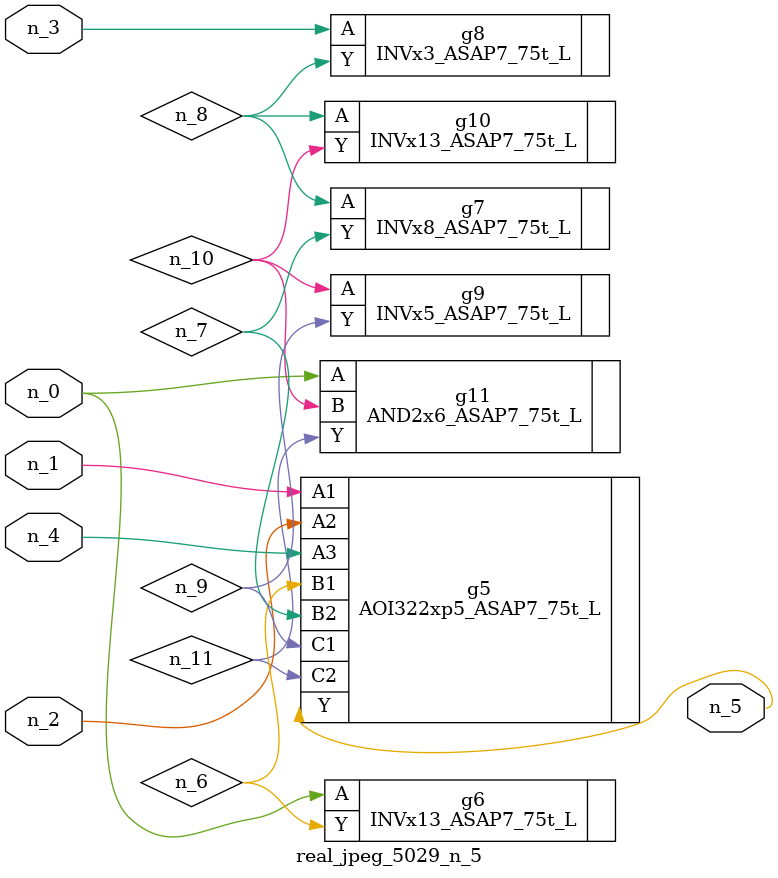
<source format=v>
module real_jpeg_5029_n_5 (n_4, n_0, n_1, n_2, n_3, n_5);

input n_4;
input n_0;
input n_1;
input n_2;
input n_3;

output n_5;

wire n_8;
wire n_11;
wire n_6;
wire n_7;
wire n_10;
wire n_9;

INVx13_ASAP7_75t_L g6 ( 
.A(n_0),
.Y(n_6)
);

AND2x6_ASAP7_75t_L g11 ( 
.A(n_0),
.B(n_10),
.Y(n_11)
);

AOI322xp5_ASAP7_75t_L g5 ( 
.A1(n_1),
.A2(n_2),
.A3(n_4),
.B1(n_6),
.B2(n_7),
.C1(n_9),
.C2(n_11),
.Y(n_5)
);

INVx3_ASAP7_75t_L g8 ( 
.A(n_3),
.Y(n_8)
);

INVx8_ASAP7_75t_L g7 ( 
.A(n_8),
.Y(n_7)
);

INVx13_ASAP7_75t_L g10 ( 
.A(n_8),
.Y(n_10)
);

INVx5_ASAP7_75t_L g9 ( 
.A(n_10),
.Y(n_9)
);


endmodule
</source>
